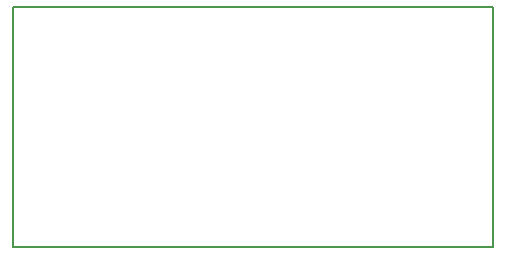
<source format=gbr>
G04 #@! TF.FileFunction,Profile,NP*
%FSLAX46Y46*%
G04 Gerber Fmt 4.6, Leading zero omitted, Abs format (unit mm)*
G04 Created by KiCad (PCBNEW 4.0.3-stable) date 08/22/16 14:00:10*
%MOMM*%
%LPD*%
G01*
G04 APERTURE LIST*
%ADD10C,0.100000*%
%ADD11C,0.150000*%
G04 APERTURE END LIST*
D10*
D11*
X157480000Y-101600000D02*
X157480000Y-81280000D01*
X116840000Y-101600000D02*
X157480000Y-101600000D01*
X116840000Y-81280000D02*
X116840000Y-101600000D01*
X157480000Y-81280000D02*
X116840000Y-81280000D01*
M02*

</source>
